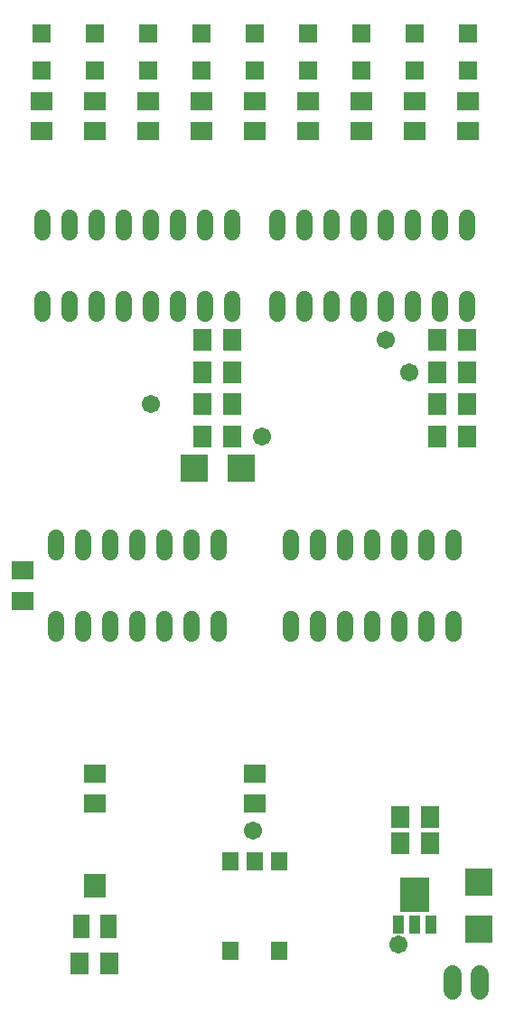
<source format=gbr>
G04 EAGLE Gerber RS-274X export*
G75*
%MOMM*%
%FSLAX34Y34*%
%LPD*%
%INSoldermask Top*%
%IPPOS*%
%AMOC8*
5,1,8,0,0,1.08239X$1,22.5*%
G01*
%ADD10R,1.803200X2.003200*%
%ADD11R,2.003200X1.803200*%
%ADD12R,2.603200X2.603200*%
%ADD13C,1.524000*%
%ADD14R,1.003200X1.703200*%
%ADD15R,2.703200X3.203200*%
%ADD16C,1.727200*%
%ADD17R,1.703200X1.703200*%
%ADD18R,2.006200X1.803200*%
%ADD19R,1.803200X2.006200*%
%ADD20R,1.503200X2.203200*%
%ADD21R,2.003200X2.203200*%
%ADD22R,1.603200X1.803200*%
%ADD23C,1.703200*%


D10*
X201000Y630000D03*
X229000Y630000D03*
X421000Y630000D03*
X449000Y630000D03*
X421000Y600000D03*
X449000Y600000D03*
D11*
X250000Y196000D03*
X250000Y224000D03*
D10*
X86000Y46000D03*
X114000Y46000D03*
D11*
X32500Y386000D03*
X32500Y414000D03*
D10*
X414000Y183500D03*
X386000Y183500D03*
X414000Y158500D03*
X386000Y158500D03*
D12*
X237000Y510000D03*
X193000Y510000D03*
X460000Y78000D03*
X460000Y122000D03*
D13*
X51100Y655296D02*
X51100Y668504D01*
X76500Y668504D02*
X76500Y655296D01*
X203500Y655296D02*
X203500Y668504D01*
X228900Y668504D02*
X228900Y655296D01*
X101900Y655296D02*
X101900Y668504D01*
X127300Y668504D02*
X127300Y655296D01*
X178100Y655296D02*
X178100Y668504D01*
X152700Y668504D02*
X152700Y655296D01*
X228900Y731496D02*
X228900Y744704D01*
X203500Y744704D02*
X203500Y731496D01*
X178100Y731496D02*
X178100Y744704D01*
X152700Y744704D02*
X152700Y731496D01*
X127300Y731496D02*
X127300Y744704D01*
X101900Y744704D02*
X101900Y731496D01*
X76500Y731496D02*
X76500Y744704D01*
X51100Y744704D02*
X51100Y731496D01*
X271100Y668504D02*
X271100Y655296D01*
X296500Y655296D02*
X296500Y668504D01*
X423500Y668504D02*
X423500Y655296D01*
X448900Y655296D02*
X448900Y668504D01*
X321900Y668504D02*
X321900Y655296D01*
X347300Y655296D02*
X347300Y668504D01*
X398100Y668504D02*
X398100Y655296D01*
X372700Y655296D02*
X372700Y668504D01*
X448900Y731496D02*
X448900Y744704D01*
X423500Y744704D02*
X423500Y731496D01*
X398100Y731496D02*
X398100Y744704D01*
X372700Y744704D02*
X372700Y731496D01*
X347300Y731496D02*
X347300Y744704D01*
X321900Y744704D02*
X321900Y731496D01*
X296500Y731496D02*
X296500Y744704D01*
X271100Y744704D02*
X271100Y731496D01*
X283800Y368504D02*
X283800Y355296D01*
X309200Y355296D02*
X309200Y368504D01*
X436200Y368504D02*
X436200Y355296D01*
X436200Y431496D02*
X436200Y444704D01*
X334600Y368504D02*
X334600Y355296D01*
X360000Y355296D02*
X360000Y368504D01*
X410800Y368504D02*
X410800Y355296D01*
X385400Y355296D02*
X385400Y368504D01*
X410800Y431496D02*
X410800Y444704D01*
X385400Y444704D02*
X385400Y431496D01*
X360000Y431496D02*
X360000Y444704D01*
X334600Y444704D02*
X334600Y431496D01*
X309200Y431496D02*
X309200Y444704D01*
X283800Y444704D02*
X283800Y431496D01*
X63800Y368504D02*
X63800Y355296D01*
X89200Y355296D02*
X89200Y368504D01*
X216200Y368504D02*
X216200Y355296D01*
X216200Y431496D02*
X216200Y444704D01*
X114600Y368504D02*
X114600Y355296D01*
X140000Y355296D02*
X140000Y368504D01*
X190800Y368504D02*
X190800Y355296D01*
X165400Y355296D02*
X165400Y368504D01*
X190800Y431496D02*
X190800Y444704D01*
X165400Y444704D02*
X165400Y431496D01*
X140000Y431496D02*
X140000Y444704D01*
X114600Y444704D02*
X114600Y431496D01*
X89200Y431496D02*
X89200Y444704D01*
X63800Y444704D02*
X63800Y431496D01*
D14*
X415000Y82500D03*
X385000Y82500D03*
X400000Y82500D03*
D15*
X400000Y110500D03*
D16*
X435600Y36120D02*
X435600Y20880D01*
X461000Y20880D02*
X461000Y36120D01*
D17*
X50000Y917500D03*
X50000Y882500D03*
X100000Y917500D03*
X100000Y882500D03*
X150000Y917500D03*
X150000Y882500D03*
X200000Y917500D03*
X200000Y882500D03*
X300000Y917500D03*
X300000Y882500D03*
X350000Y917500D03*
X350000Y882500D03*
X400000Y917500D03*
X400000Y882500D03*
X450000Y917500D03*
X450000Y882500D03*
X250000Y917500D03*
X250000Y882500D03*
D18*
X50000Y854220D03*
X50000Y825780D03*
D19*
X420780Y570000D03*
X449220Y570000D03*
X420780Y540000D03*
X449220Y540000D03*
X200780Y600000D03*
X229220Y600000D03*
X200780Y540000D03*
X229220Y540000D03*
X200780Y570000D03*
X229220Y570000D03*
D20*
X87500Y81000D03*
X112500Y81000D03*
D21*
X100000Y119000D03*
D18*
X100000Y195780D03*
X100000Y224220D03*
X100000Y854220D03*
X100000Y825780D03*
X150000Y854220D03*
X150000Y825780D03*
X200000Y854220D03*
X200000Y825780D03*
X250000Y854220D03*
X250000Y825780D03*
X300000Y854220D03*
X300000Y825780D03*
X350000Y854220D03*
X350000Y825780D03*
X400000Y854220D03*
X400000Y825780D03*
X450000Y854220D03*
X450000Y825780D03*
D22*
X272500Y58000D03*
X272500Y142000D03*
X250000Y142000D03*
X227500Y142000D03*
X227500Y58000D03*
D23*
X373000Y630000D03*
X152500Y570000D03*
X385000Y63500D03*
X394500Y600000D03*
X257000Y540000D03*
X248500Y171000D03*
M02*

</source>
